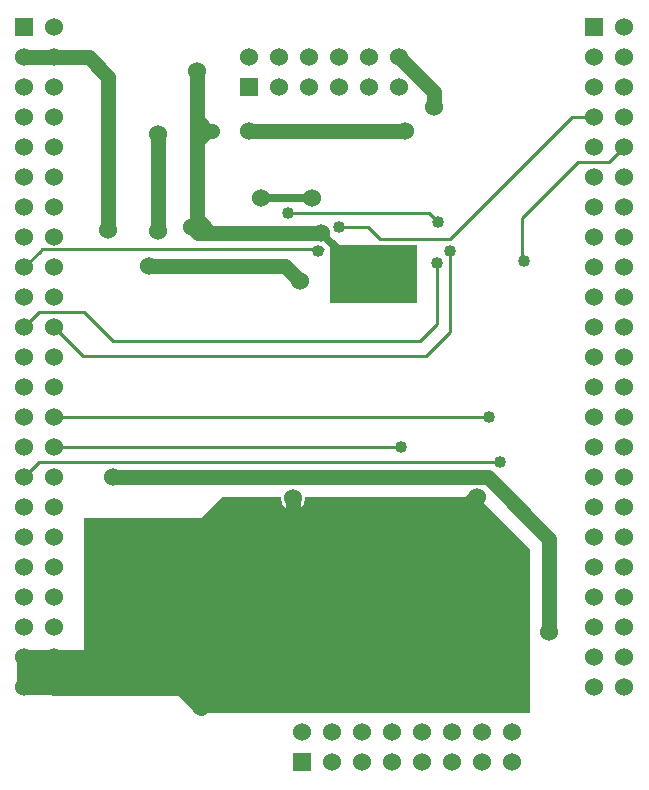
<source format=gbr>
G04 start of page 3 for group 5 idx 5 *
G04 Title: (unknown), bottom *
G04 Creator: pcb 20140316 *
G04 CreationDate: Tue 10 Mar 2015 16:42:44 GMT UTC *
G04 For: db9052 *
G04 Format: Gerber/RS-274X *
G04 PCB-Dimensions (mil): 2150.00 2800.00 *
G04 PCB-Coordinate-Origin: lower left *
%MOIN*%
%FSLAX25Y25*%
%LNBOTTOM*%
%ADD34C,0.0380*%
%ADD33C,0.0350*%
%ADD32C,0.0200*%
%ADD31C,0.0400*%
%ADD30C,0.0600*%
%ADD29C,0.0550*%
%ADD28C,0.0250*%
%ADD27C,0.0500*%
%ADD26C,0.0100*%
%ADD25C,0.0001*%
G54D25*G36*
X74000Y103500D02*X93027D01*
X92988Y103000D01*
X93037Y102372D01*
X93184Y101760D01*
X93425Y101178D01*
X93754Y100642D01*
X94163Y100163D01*
X94642Y99754D01*
X95178Y99425D01*
X95760Y99184D01*
X96372Y99037D01*
X97000Y98988D01*
X97628Y99037D01*
X98240Y99184D01*
X98822Y99425D01*
X99358Y99754D01*
X99837Y100163D01*
X100246Y100642D01*
X100575Y101178D01*
X100816Y101760D01*
X100963Y102372D01*
X101000Y103000D01*
X100970Y103500D01*
X158500D01*
X176000Y86000D01*
Y31500D01*
X66500D01*
Y96500D01*
X73500Y103500D01*
X74000D01*
G37*
G36*
X27500Y96500D02*X70500D01*
Y42500D01*
X62796D01*
X62660Y42660D01*
X62211Y43043D01*
X61708Y43352D01*
X61162Y43577D01*
X60588Y43715D01*
X60000Y43750D01*
X27500D01*
Y96500D01*
G37*
G36*
X128995Y187500D02*X138500D01*
Y168000D01*
X128995D01*
Y176991D01*
X129000Y176991D01*
X129471Y177028D01*
X129930Y177138D01*
X130366Y177319D01*
X130769Y177565D01*
X131128Y177872D01*
X131435Y178231D01*
X131681Y178634D01*
X131862Y179070D01*
X131972Y179529D01*
X132000Y180000D01*
X131972Y180471D01*
X131862Y180930D01*
X131681Y181366D01*
X131435Y181769D01*
X131128Y182128D01*
X130769Y182435D01*
X130366Y182681D01*
X129930Y182862D01*
X129471Y182972D01*
X129000Y183009D01*
X128995Y183009D01*
Y187500D01*
G37*
G36*
X109500D02*X128995D01*
Y183009D01*
X128529Y182972D01*
X128070Y182862D01*
X127634Y182681D01*
X127231Y182435D01*
X126872Y182128D01*
X126565Y181769D01*
X126319Y181366D01*
X126138Y180930D01*
X126028Y180471D01*
X125991Y180000D01*
X126028Y179529D01*
X126138Y179070D01*
X126319Y178634D01*
X126565Y178231D01*
X126872Y177872D01*
X127231Y177565D01*
X127634Y177319D01*
X128070Y177138D01*
X128529Y177028D01*
X128995Y176991D01*
Y168000D01*
X109500D01*
Y187500D01*
G37*
G54D26*X173500Y182000D02*Y196500D01*
X192000Y215000D01*
X202500D01*
X207500Y220000D01*
X190000Y230000D02*X197500D01*
G54D27*X82500Y225500D02*X134500D01*
G54D26*X126000Y189500D02*X149500D01*
X190000Y230000D02*X149500Y189500D01*
G54D27*X132500Y250000D02*X144000Y238500D01*
Y233500D01*
G54D26*X18000Y160500D02*X17500Y160000D01*
X27000Y150500D01*
X7500Y160000D02*X12500Y165000D01*
X27500D01*
X37000Y155500D01*
G54D27*X65000Y245500D02*Y195000D01*
X70000Y225500D02*X68500D01*
X65000Y229000D01*
X68500Y225500D02*X65000Y222000D01*
X69457Y191543D02*X65000Y196000D01*
Y195000D02*X63500Y193500D01*
X65500Y191500D02*X63500Y193500D01*
G54D26*X7500Y180000D02*X13000Y185500D01*
X16500Y186000D02*X13500D01*
X12250Y184750D01*
X112500Y193500D02*X122000D01*
X95500Y198000D02*X142500D01*
X145500Y195000D01*
G54D28*X103500Y203000D02*X86500D01*
G54D27*X52000Y192000D02*Y224500D01*
G54D26*X122000Y193500D02*X126000Y189500D01*
G54D28*X116000Y182000D02*X106500Y191500D01*
G54D27*X94500Y180500D02*X99500Y175500D01*
X106500Y191500D02*X65500D01*
X69457Y191457D02*Y191543D01*
G54D26*X107000Y186000D02*X14500D01*
G54D27*X49000Y180500D02*X94500D01*
X125500Y180000D02*X132000D01*
X129000Y183000D02*Y176500D01*
G54D26*X141500Y150500D02*X149500Y158500D01*
Y185500D01*
X139500Y155500D02*X145000Y161000D01*
Y181500D01*
X27000Y150500D02*X141500D01*
X37000Y155500D02*X139500D01*
G54D27*X7500Y250000D02*X29000D01*
X35500Y243500D01*
Y192500D02*Y243500D01*
G54D29*X121000Y81500D02*Y95500D01*
G54D26*X17500Y120000D02*X133000D01*
X17500Y130000D02*X162500D01*
X166000Y115000D02*X12500D01*
X7500Y110000D01*
G54D27*X162000D02*X37000D01*
G54D29*X167000Y66000D02*X151500D01*
G54D27*X182500Y58500D02*Y89500D01*
X162000Y110000D01*
X88500Y69500D02*X94000D01*
X97000Y66500D01*
G54D29*X158500Y103500D02*X136500Y81500D01*
X151500Y66000D02*X136000Y81500D01*
X136500D02*X121000D01*
G54D27*X111500Y57000D02*X136000Y81500D01*
X97000Y57000D02*Y103000D01*
X86500Y81000D02*X94500D01*
X97000Y78500D01*
X94500Y81000D02*X97000Y83500D01*
X88500Y69500D02*X94500D01*
X97000Y72000D01*
Y57000D02*X111500D01*
G54D29*X17500Y40000D02*X60000D01*
X66500Y33500D01*
G54D27*X60500Y40000D02*X80000D01*
X66500Y33500D02*Y35500D01*
X71000Y40000D01*
X80000D02*X97000Y57000D01*
X17500Y50000D02*Y40000D01*
X7500D01*
Y50000D01*
Y45000D01*
X17500D01*
X7500Y50000D02*X17500D01*
X7500D02*X69500D01*
Y45000D01*
X18000D01*
G54D30*X7500Y240000D03*
X17500D03*
X7500Y230000D03*
X17500D03*
X7500Y220000D03*
X17500D03*
X7500Y210000D03*
X17500D03*
X7500Y200000D03*
Y190000D03*
Y180000D03*
X17500Y200000D03*
Y190000D03*
Y180000D03*
X7500Y170000D03*
Y160000D03*
Y150000D03*
Y140000D03*
X17500Y170000D03*
Y160000D03*
Y150000D03*
Y140000D03*
X7500Y130000D03*
Y120000D03*
Y110000D03*
X17500Y130000D03*
Y120000D03*
Y110000D03*
Y100000D03*
Y90000D03*
Y80000D03*
X7500Y100000D03*
Y90000D03*
Y80000D03*
Y70000D03*
X17500D03*
X7500Y60000D03*
Y50000D03*
Y40000D03*
X17500Y60000D03*
Y50000D03*
Y40000D03*
X122500Y250000D03*
G54D25*G36*
X4500Y263000D02*Y257000D01*
X10500D01*
Y263000D01*
X4500D01*
G37*
G54D30*X17500Y260000D03*
X7500Y250000D03*
X17500D03*
G54D25*G36*
X194500Y263000D02*Y257000D01*
X200500D01*
Y263000D01*
X194500D01*
G37*
G54D30*X207500Y260000D03*
X197500Y250000D03*
X207500D03*
X102500Y240000D03*
Y250000D03*
X112500Y240000D03*
Y250000D03*
G54D25*G36*
X79500Y243000D02*Y237000D01*
X85500D01*
Y243000D01*
X79500D01*
G37*
G54D30*X82500Y250000D03*
X92500Y240000D03*
Y250000D03*
X122500Y240000D03*
X132500D03*
Y250000D03*
X197500Y240000D03*
X207500D03*
X197500Y230000D03*
X207500D03*
X197500Y220000D03*
X207500D03*
X197500Y210000D03*
X207500D03*
X197500Y200000D03*
X207500D03*
X197500Y190000D03*
Y180000D03*
Y170000D03*
X207500Y190000D03*
Y180000D03*
Y170000D03*
Y160000D03*
Y150000D03*
Y140000D03*
X197500Y160000D03*
Y150000D03*
Y140000D03*
Y130000D03*
X207500D03*
X197500Y120000D03*
Y110000D03*
Y100000D03*
X207500Y120000D03*
Y110000D03*
Y100000D03*
Y90000D03*
Y80000D03*
Y70000D03*
X197500Y90000D03*
Y80000D03*
Y70000D03*
Y60000D03*
X207500D03*
Y50000D03*
Y40000D03*
X197500Y50000D03*
Y40000D03*
G54D25*G36*
X97000Y18000D02*Y12000D01*
X103000D01*
Y18000D01*
X97000D01*
G37*
G54D30*X100000Y25000D03*
X110000Y15000D03*
Y25000D03*
X120000Y15000D03*
Y25000D03*
X130000Y15000D03*
Y25000D03*
X140000D03*
X150000D03*
X160000D03*
X170000D03*
X140000Y15000D03*
X150000D03*
X160000D03*
X170000D03*
G54D31*X174000Y182000D03*
X145500Y195000D03*
X145000Y181500D03*
X149500Y185500D03*
X112500Y193500D03*
X95500Y198000D03*
G54D30*X86500Y203000D03*
X103500D03*
X134500Y225500D03*
X99500Y175500D03*
X106500Y191500D03*
G54D31*X105500Y185500D03*
X129000Y180000D03*
G54D30*X144000Y233500D03*
X66500Y33500D03*
X86500Y81000D03*
G54D31*X162500Y130000D03*
G54D30*X158500Y103500D03*
X167000Y66000D03*
X182500Y58500D03*
G54D31*X133000Y120000D03*
X166000Y115000D03*
G54D30*X88500Y69500D03*
X97000Y103000D03*
X37000Y110000D03*
X82500Y225500D03*
X35500Y192500D03*
X52000Y192000D03*
Y224500D03*
X65000Y245500D03*
X63500Y193500D03*
X49000Y180500D03*
G54D32*G54D33*G54D32*G54D33*G54D32*G54D33*G54D32*G54D33*G54D34*M02*

</source>
